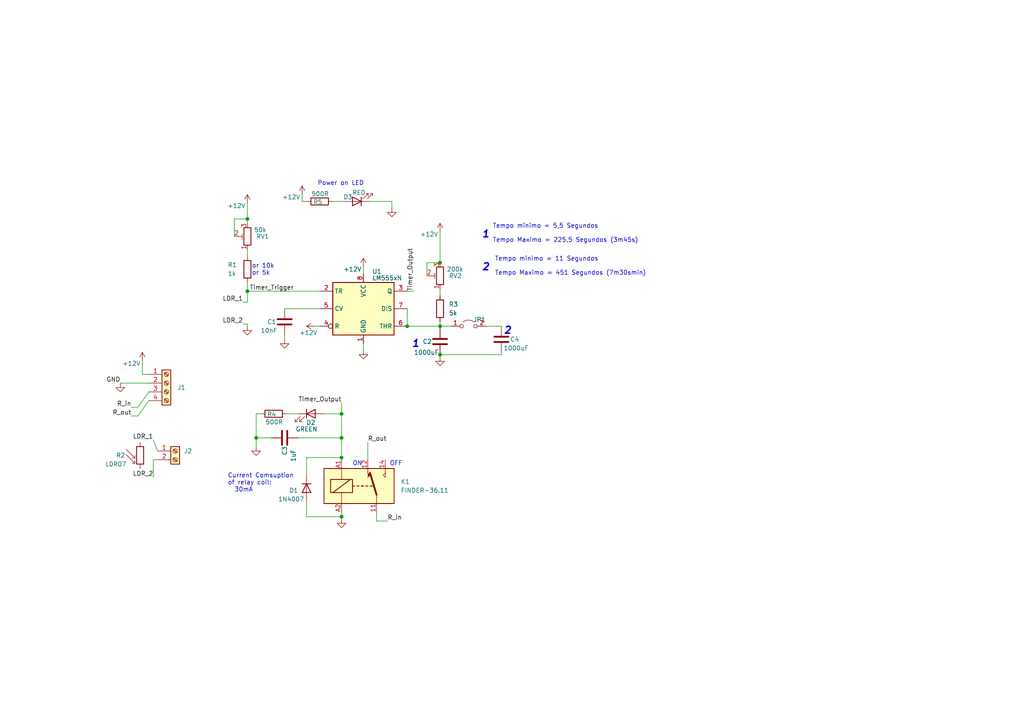
<source format=kicad_sch>
(kicad_sch (version 20211123) (generator eeschema)
  (paper "A4")
  (lib_symbols
    (symbol "Connector:Screw_Terminal_01x02" (pin_names (offset 1.016) hide)
      (property "Reference" "J" (at 0 2.54 0))
      (property "Value" "Screw_Terminal_01x02" (at 0 -5.08 0))
      (symbol "Screw_Terminal_01x02_1_1"
        (rectangle (start -1.27 1.27) (end 1.27 -3.81) (stroke (width 0.254)) (fill (type background)))
        (circle (center 0 -2.54) (radius 0.635) (stroke (width 0.1524)))
        (polyline (pts (xy -0.5334 -2.2098) (xy 0.3302 -3.048)) (stroke (width 0.1524)))
        (polyline (pts (xy -0.5334 0.3302) (xy 0.3302 -0.508)) (stroke (width 0.1524)))
        (polyline (pts (xy -0.3556 -2.032) (xy 0.508 -2.8702)) (stroke (width 0.1524)))
        (polyline (pts (xy -0.3556 0.508) (xy 0.508 -0.3302)) (stroke (width 0.1524)))
        (circle (center 0 0) (radius 0.635) (stroke (width 0.1524)))
        (pin passive line (at -5.08 0 0) (length 3.81) (name "Pin_1") (number "1"))
        (pin passive line (at -5.08 -2.54 0) (length 3.81) (name "Pin_2") (number "2"))
      )
    )
    (symbol "Connector:Screw_Terminal_01x04" (pin_names (offset 1.016) hide)
      (property "Reference" "J" (at 0 5.08 0))
      (property "Value" "Screw_Terminal_01x04" (at 0 -7.62 0))
      (symbol "Screw_Terminal_01x04_1_1"
        (rectangle (start -1.27 3.81) (end 1.27 -6.35) (stroke (width 0.254)) (fill (type background)))
        (circle (center 0 -5.08) (radius 0.635) (stroke (width 0.1524)))
        (circle (center 0 -2.54) (radius 0.635) (stroke (width 0.1524)))
        (polyline (pts (xy -0.5334 -4.7498) (xy 0.3302 -5.588)) (stroke (width 0.1524)))
        (polyline (pts (xy -0.5334 -2.2098) (xy 0.3302 -3.048)) (stroke (width 0.1524)))
        (polyline (pts (xy -0.5334 0.3302) (xy 0.3302 -0.508)) (stroke (width 0.1524)))
        (polyline (pts (xy -0.5334 2.8702) (xy 0.3302 2.032)) (stroke (width 0.1524)))
        (polyline (pts (xy -0.3556 -4.572) (xy 0.508 -5.4102)) (stroke (width 0.1524)))
        (polyline (pts (xy -0.3556 -2.032) (xy 0.508 -2.8702)) (stroke (width 0.1524)))
        (polyline (pts (xy -0.3556 0.508) (xy 0.508 -0.3302)) (stroke (width 0.1524)))
        (polyline (pts (xy -0.3556 3.048) (xy 0.508 2.2098)) (stroke (width 0.1524)))
        (circle (center 0 0) (radius 0.635) (stroke (width 0.1524)))
        (circle (center 0 2.54) (radius 0.635) (stroke (width 0.1524)))
        (pin passive line (at -5.08 2.54 0) (length 3.81) (name "Pin_1") (number "1"))
        (pin passive line (at -5.08 0 0) (length 3.81) (name "Pin_2") (number "2"))
        (pin passive line (at -5.08 -2.54 0) (length 3.81) (name "Pin_3") (number "3"))
        (pin passive line (at -5.08 -5.08 0) (length 3.81) (name "Pin_4") (number "4"))
      )
    )
    (symbol "Device:C" (pin_numbers hide) (pin_names (offset 0.254))
      (property "Reference" "C" (at 0.635 2.54 0))
      (property "Value" "C" (at 0.635 -2.54 0))
      (symbol "C_0_1"
        (polyline (pts (xy -2.032 -0.762) (xy 2.032 -0.762)) (stroke (width 0.508)))
        (polyline (pts (xy -2.032 0.762) (xy 2.032 0.762)) (stroke (width 0.508)))
      )
      (symbol "C_1_1"
        (pin passive line (at 0 3.81 270) (length 2.794) (name "~") (number "1"))
        (pin passive line (at 0 -3.81 90) (length 2.794) (name "~") (number "2"))
      )
    )
    (symbol "Device:D" (pin_numbers hide) (pin_names (offset 1.016) hide)
      (property "Reference" "D" (at 0 2.54 0))
      (property "Value" "D" (at 0 -2.54 0))
      (symbol "D_0_1"
        (polyline (pts (xy -1.27 1.27) (xy -1.27 -1.27)) (stroke (width 0.254)))
        (polyline (pts (xy 1.27 0) (xy -1.27 0)))
        (polyline (pts (xy 1.27 1.27) (xy 1.27 -1.27) (xy -1.27 0) (xy 1.27 1.27)) (stroke (width 0.254)))
      )
      (symbol "D_1_1"
        (pin passive line (at -3.81 0 0) (length 2.54) (name "K") (number "1"))
        (pin passive line (at 3.81 0 180) (length 2.54) (name "A") (number "2"))
      )
    )
    (symbol "Device:LED" (pin_numbers hide) (pin_names (offset 1.016) hide)
      (property "Reference" "D" (at 0 2.54 0))
      (property "Value" "LED" (at 0 -2.54 0))
      (symbol "LED_0_1"
        (polyline (pts (xy -1.27 -1.27) (xy -1.27 1.27)) (stroke (width 0.254)))
        (polyline (pts (xy -1.27 0) (xy 1.27 0)))
        (polyline (pts (xy 1.27 -1.27) (xy 1.27 1.27) (xy -1.27 0) (xy 1.27 -1.27)) (stroke (width 0.254)))
        (polyline (pts (xy -3.048 -0.762) (xy -4.572 -2.286) (xy -3.81 -2.286) (xy -4.572 -2.286) (xy -4.572 -1.524)))
        (polyline (pts (xy -1.778 -0.762) (xy -3.302 -2.286) (xy -2.54 -2.286) (xy -3.302 -2.286) (xy -3.302 -1.524)))
      )
      (symbol "LED_1_1"
        (pin passive line (at -3.81 0 0) (length 2.54) (name "K") (number "1"))
        (pin passive line (at 3.81 0 180) (length 2.54) (name "A") (number "2"))
      )
    )
    (symbol "Device:R" (pin_numbers hide) (pin_names (offset 0))
      (property "Reference" "R" (at 2.032 0 90))
      (property "Value" "R" (at 0 0 90))
      (symbol "R_0_1"
        (rectangle (start -1.016 -2.54) (end 1.016 2.54) (stroke (width 0.254)))
      )
      (symbol "R_1_1"
        (pin passive line (at 0 3.81 270) (length 1.27) (name "~") (number "1"))
        (pin passive line (at 0 -3.81 90) (length 1.27) (name "~") (number "2"))
      )
    )
    (symbol "Device:R_Potentiometer_Trim" (pin_names (offset 1.016) hide)
      (property "Reference" "RV" (at -4.445 0 90))
      (property "Value" "R_Potentiometer_Trim" (at -2.54 0 90))
      (symbol "R_Potentiometer_Trim_0_1"
        (polyline (pts (xy 1.524 0.762) (xy 1.524 -0.762)))
        (polyline (pts (xy 2.54 0) (xy 1.524 0)))
        (rectangle (start 1.016 2.54) (end -1.016 -2.54) (stroke (width 0.254)))
      )
      (symbol "R_Potentiometer_Trim_1_1"
        (pin passive line (at 0 3.81 270) (length 1.27) (name "1") (number "1"))
        (pin passive line (at 3.81 0 180) (length 1.27) (name "2") (number "2"))
        (pin passive line (at 0 -3.81 90) (length 1.27) (name "3") (number "3"))
      )
    )
    (symbol "Jumper:Jumper_2_Open" (pin_names (offset 0) hide)
      (property "Reference" "JP" (at 0 2.794 0))
      (property "Value" "Jumper_2_Open" (at 0 -2.286 0))
      (symbol "Jumper_2_Open_0_0"
        (circle (center -2.032 0) (radius 0.508))
        (circle (center 2.032 0) (radius 0.508))
      )
      (symbol "Jumper_2_Open_0_1"
        (arc (start 1.524 1.27) (mid 0 1.778) (end -1.524 1.27))
      )
      (symbol "Jumper_2_Open_1_1"
        (pin passive line (at -5.08 0 0) (length 2.54) (name "A") (number "1"))
        (pin passive line (at 5.08 0 180) (length 2.54) (name "B") (number "2"))
      )
    )
    (symbol "Relay:FINDER-36.11"
      (property "Reference" "K" (at 11.43 3.81 0))
      (property "Value" "FINDER-36.11" (at 11.43 1.27 0))
      (symbol "FINDER-36.11_0_0"
        (polyline (pts (xy 2.54 3.81) (xy 2.54 5.08)))
        (polyline (pts (xy 7.62 3.81) (xy 7.62 5.08)))
        (polyline (pts (xy 7.62 3.81) (xy 7.62 2.54) (xy 6.985 3.175) (xy 7.62 3.81)))
      )
      (symbol "FINDER-36.11_0_1"
        (rectangle (start -10.16 5.08) (end 10.16 -5.08) (stroke (width 0.254)) (fill (type background)))
        (rectangle (start -8.255 1.905) (end -1.905 -1.905) (stroke (width 0.254)))
        (polyline (pts (xy -7.62 -1.905) (xy -2.54 1.905)) (stroke (width 0.254)))
        (polyline (pts (xy -5.08 -5.08) (xy -5.08 -1.905)))
        (polyline (pts (xy -5.08 5.08) (xy -5.08 1.905)))
        (polyline (pts (xy -1.905 0) (xy -1.27 0)) (stroke (width 0.254)))
        (polyline (pts (xy -0.635 0) (xy 0 0)) (stroke (width 0.254)))
        (polyline (pts (xy 0.635 0) (xy 1.27 0)) (stroke (width 0.254)))
        (polyline (pts (xy 0.635 0) (xy 1.27 0)) (stroke (width 0.254)))
        (polyline (pts (xy 1.905 0) (xy 2.54 0)) (stroke (width 0.254)))
        (polyline (pts (xy 3.175 0) (xy 3.81 0)) (stroke (width 0.254)))
        (polyline (pts (xy 5.08 -2.54) (xy 3.175 3.81)) (stroke (width 0.508)))
        (polyline (pts (xy 5.08 -2.54) (xy 5.08 -5.08)))
        (polyline (pts (xy 2.54 2.54) (xy 3.175 3.175) (xy 2.54 3.81)) (fill (type outline)))
      )
      (symbol "FINDER-36.11_1_1"
        (pin passive line (at 5.08 -7.62 90) (length 2.54) (name "~") (number "11"))
        (pin passive line (at 2.54 7.62 270) (length 2.54) (name "~") (number "12"))
        (pin passive line (at 7.62 7.62 270) (length 2.54) (name "~") (number "14"))
        (pin passive line (at -5.08 7.62 270) (length 2.54) (name "~") (number "A1"))
        (pin passive line (at -5.08 -7.62 90) (length 2.54) (name "~") (number "A2"))
      )
    )
    (symbol "Sensor_Optical:LDR07" (pin_numbers hide) (pin_names (offset 0))
      (property "Reference" "R" (at -5.08 0 90))
      (property "Value" "LDR07" (at 1.905 0 90))
      (symbol "LDR07_0_1"
        (rectangle (start -1.016 2.54) (end 1.016 -2.54) (stroke (width 0.254)))
        (polyline (pts (xy -1.524 -2.286) (xy -4.064 0.254)))
        (polyline (pts (xy -1.524 -2.286) (xy -2.286 -2.286)))
        (polyline (pts (xy -1.524 -2.286) (xy -1.524 -1.524)))
        (polyline (pts (xy -1.524 -0.762) (xy -4.064 1.778)))
        (polyline (pts (xy -1.524 -0.762) (xy -2.286 -0.762)))
        (polyline (pts (xy -1.524 -0.762) (xy -1.524 0)))
      )
      (symbol "LDR07_1_1"
        (pin passive line (at 0 3.81 270) (length 1.27) (name "~") (number "1"))
        (pin passive line (at 0 -3.81 90) (length 1.27) (name "~") (number "2"))
      )
    )
    (symbol "Timer:LM555xN"
      (property "Reference" "U" (at -10.16 8.89 0))
      (property "Value" "LM555xN" (at 2.54 8.89 0))
      (symbol "LM555xN_0_0"
        (pin power_in line (at 0 -10.16 90) (length 2.54) (name "GND") (number "1"))
        (pin power_in line (at 0 10.16 270) (length 2.54) (name "VCC") (number "8"))
      )
      (symbol "LM555xN_0_1"
        (rectangle (start -8.89 -7.62) (end 8.89 7.62) (stroke (width 0.254)) (fill (type background)))
        (rectangle (start -8.89 -7.62) (end 8.89 7.62) (stroke (width 0.254)) (fill (type background)))
      )
      (symbol "LM555xN_1_1"
        (pin input line (at -12.7 5.08 0) (length 3.81) (name "TR") (number "2"))
        (pin output line (at 12.7 5.08 180) (length 3.81) (name "Q") (number "3"))
        (pin input inverted (at -12.7 -5.08 0) (length 3.81) (name "R") (number "4"))
        (pin input line (at -12.7 0 0) (length 3.81) (name "CV") (number "5"))
        (pin input line (at 12.7 -5.08 180) (length 3.81) (name "THR") (number "6"))
        (pin input line (at 12.7 0 180) (length 3.81) (name "DIS") (number "7"))
      )
    )
    (symbol "power:+12V" (power) (pin_names (offset 0))
      (property "Value" "+12V" (at 0 3.556 0))
      (symbol "+12V_0_1"
        (polyline (pts (xy -0.762 1.27) (xy 0 2.54)))
        (polyline (pts (xy 0 0) (xy 0 2.54)))
        (polyline (pts (xy 0 2.54) (xy 0.762 1.27)))
      )
      (symbol "+12V_1_1"
        (pin power_in line (at 0 0 90) (length 0) hide (name "+12V") (number "1"))
      )
    )
    (symbol "power:GND" (power) (pin_names (offset 0))
      (property "Value" "GND" (at 0 -3.81 0))
      (symbol "GND_0_1"
        (polyline (pts (xy 0 0) (xy 0 -1.27) (xy 1.27 -1.27) (xy 0 -2.54) (xy -1.27 -1.27) (xy 0 -1.27)))
      )
      (symbol "GND_1_1"
        (pin power_in line (at 0 0 270) (length 0) hide (name "GND") (number "1"))
      )
    )
  )
  (junction (at 71.755 63.5))
  (junction (at 127.635 76.2))
  (junction (at 127.635 94.615))
  (junction (at 74.295 127))
  (junction (at 127.635 102.87))
  (junction (at 99.06 132.715))
  (junction (at 118.11 94.615))
  (junction (at 71.755 84.455))
  (junction (at 99.06 149.86))
  (junction (at 99.06 127))
  (junction (at 99.06 120.015))
  (wire (pts (xy 96.52 58.42) (xy 99.695 58.42)))
  (wire (pts (xy 86.36 127) (xy 99.06 127)))
  (wire (pts (xy 71.755 94.615) (xy 71.755 93.98)))
  (wire (pts (xy 38.1 120.65) (xy 40.005 120.65)))
  (wire (pts (xy 82.55 89.535) (xy 92.71 89.535)))
  (wire (pts (xy 74.295 120.015) (xy 74.295 127)))
  (wire (pts (xy 71.755 59.055) (xy 71.755 63.5)))
  (wire (pts (xy 118.11 94.615) (xy 127.635 94.615)))
  (wire (pts (xy 44.45 127.635) (xy 45.72 130.81)))
  (wire (pts (xy 88.9 137.795) (xy 88.9 132.715)))
  (wire (pts (xy 127.635 94.615) (xy 130.81 94.615)))
  (wire (pts (xy 70.485 87.63) (xy 71.755 87.63)))
  (wire (pts (xy 41.275 108.585) (xy 43.18 108.585)))
  (wire (pts (xy 38.1 118.11) (xy 40.005 118.11)))
  (wire (pts (xy 87.63 56.515) (xy 87.63 58.42)))
  (wire (pts (xy 109.22 151.13) (xy 112.395 151.13)))
  (wire (pts (xy 99.06 116.84) (xy 99.06 120.015)))
  (wire (pts (xy 123.825 76.2) (xy 123.825 80.01)))
  (wire (pts (xy 83.185 120.015) (xy 86.36 120.015)))
  (wire (pts (xy 67.945 68.58) (xy 67.945 63.5)))
  (wire (pts (xy 127.635 83.82) (xy 127.635 85.725)))
  (wire (pts (xy 140.97 94.615) (xy 145.415 94.615)))
  (wire (pts (xy 88.9 149.86) (xy 99.06 149.86)))
  (wire (pts (xy 67.945 63.5) (xy 71.755 63.5)))
  (wire (pts (xy 91.44 94.615) (xy 92.71 94.615)))
  (wire (pts (xy 106.68 128.27) (xy 106.68 133.35)))
  (wire (pts (xy 127.635 76.2) (xy 123.825 76.2)))
  (wire (pts (xy 127.635 102.87) (xy 127.635 103.505)))
  (wire (pts (xy 74.295 120.015) (xy 75.565 120.015)))
  (wire (pts (xy 113.665 60.325) (xy 113.665 58.42)))
  (wire (pts (xy 71.755 84.455) (xy 92.71 84.455)))
  (wire (pts (xy 99.06 132.715) (xy 99.06 133.35)))
  (wire (pts (xy 88.9 132.715) (xy 99.06 132.715)))
  (wire (pts (xy 82.55 97.155) (xy 82.55 98.425)))
  (wire (pts (xy 93.98 120.015) (xy 99.06 120.015)))
  (wire (pts (xy 127.635 95.25) (xy 127.635 94.615)))
  (wire (pts (xy 127.635 67.31) (xy 127.635 76.2)))
  (wire (pts (xy 107.315 58.42) (xy 113.665 58.42)))
  (wire (pts (xy 41.275 104.775) (xy 41.275 108.585)))
  (wire (pts (xy 127.635 93.345) (xy 127.635 94.615)))
  (wire (pts (xy 87.63 58.42) (xy 88.9 58.42)))
  (wire (pts (xy 118.11 84.455) (xy 120.015 84.455)))
  (wire (pts (xy 71.755 87.63) (xy 71.755 84.455)))
  (wire (pts (xy 118.11 89.535) (xy 118.11 94.615)))
  (wire (pts (xy 145.415 102.235) (xy 145.415 102.87)))
  (wire (pts (xy 109.22 151.13) (xy 109.22 148.59)))
  (wire (pts (xy 99.06 148.59) (xy 99.06 149.86)))
  (wire (pts (xy 40.005 120.65) (xy 43.18 116.205)))
  (wire (pts (xy 74.295 127) (xy 78.74 127)))
  (wire (pts (xy 105.41 99.695) (xy 105.41 101.6)))
  (wire (pts (xy 105.41 77.47) (xy 105.41 79.375)))
  (wire (pts (xy 71.755 81.915) (xy 71.755 84.455)))
  (wire (pts (xy 99.06 127) (xy 99.06 132.715)))
  (wire (pts (xy 40.005 118.11) (xy 43.18 113.665)))
  (wire (pts (xy 71.755 72.39) (xy 71.755 74.295)))
  (wire (pts (xy 74.295 127) (xy 74.295 129.54)))
  (wire (pts (xy 44.45 133.35) (xy 45.72 133.35)))
  (wire (pts (xy 44.45 138.43) (xy 44.45 133.35)))
  (wire (pts (xy 34.925 111.125) (xy 43.18 111.125)))
  (wire (pts (xy 99.06 120.015) (xy 99.06 127)))
  (wire (pts (xy 71.755 93.98) (xy 70.485 93.98)))
  (wire (pts (xy 71.755 63.5) (xy 71.755 64.77)))
  (wire (pts (xy 127.635 102.87) (xy 145.415 102.87)))
  (wire (pts (xy 88.9 145.415) (xy 88.9 149.86)))
  (wire (pts (xy 99.06 149.86) (xy 99.06 150.495)))
  (text "Power on LED\n" (at 92.075 53.975 0) (effects (font (size 1.27 1.27)) (justify left bottom)))
  (text "Tempo minimo = 5,5 Segundos\n\nTempo Maximo = 225,5 Segundos (3m45s)" (at 142.875 70.485 0) (effects (font (size 1.27 1.27)) (justify left bottom)))
  (text "1" (at 139.7 69.215 0) (effects (font (size 2 2) (thickness 0.4) bold italic) (justify left bottom)))
  (text "Tempo minimo = 11 Segundos\n\nTempo Maximo = 451 Segundos (7m30smin)" (at 143.51 80.01 0) (effects (font (size 1.27 1.27)) (justify left bottom)))
  (text "ON\n" (at 102.235 135.255 0) (effects (font (size 1.27 1.27)) (justify left bottom)))
  (text "OFF" (at 113.03 135.255 0) (effects (font (size 1.27 1.27)) (justify left bottom)))
  (text "2" (at 139.7 78.74 0) (effects (font (size 2 2) (thickness 0.4) bold italic) (justify left bottom)))
  (text "1" (at 119.38 100.965 0) (effects (font (size 2 2) (thickness 0.4) bold italic) (justify left bottom)))
  (text "Current Comsuption\nof relay coil:\n  30mA" (at 66.04 142.875 0) (effects (font (size 1.27 1.27)) (justify left bottom)))
  (text "2" (at 146.05 97.155 0) (effects (font (size 2 2) (thickness 0.4) bold italic) (justify left bottom)))
  (text "or 10k\nor 5k\n" (at 73.025 80.01 0) (effects (font (size 1.27 1.27)) (justify left bottom)))
  (label "R_out" (at 106.68 128.27 0))
  (label "LDR_1" (at 44.45 127.635 180))
  (label "R_in" (at 112.395 151.13 0))
  (label "GND" (at 34.925 111.125 180))
  (label "Timer_Trigger" (at 72.39 84.455 0))
  (label "Timer_Output" (at 120.015 84.455 90))
  (label "Timer_Output" (at 99.06 116.84 180))
  (label "R_out" (at 38.1 120.65 180))
  (label "LDR_2" (at 70.485 93.98 180))
  (label "LDR_1" (at 70.485 87.63 180))
  (label "LDR_2" (at 44.45 138.43 180))
  (label "R_in" (at 38.1 118.11 180))
  (symbol (lib_id "Connector:Screw_Terminal_01x02") (at 50.8 130.81 0) (unit 1)
    (property "Reference" "J2" (at 53.34 130.8099 0) (effects (justify left)))
    (property "Value" "Screw_Terminal_01x02" (effects hide))
    (property "Footprint" "TerminalBlock_Phoenix:TerminalBlock_Phoenix_MKDS-1,5-2-5.08_1x02_P5.08mm_Horizontal" (effects hide))
  )
  (symbol (lib_id "power:GND") (at 105.41 101.6 0) (unit 1)
    (property "Reference" "#PWR011" (effects hide))
    (property "Value" "GND" (effects hide))
  )
  (symbol (lib_id "Sensor_Optical:LDR07") (at 40.64 132.08 0) (unit 1) (in_bom no) (on_board no)
    (property "Reference" "R2" (at 33.655 132.08 0) (effects (justify left)))
    (property "Value" "LDR07" (at 30.48 134.62 0) (effects (justify left)))
    (property "Footprint" "OptoDevice:R_LDR_5.1x4.3mm_P3.4mm_Vertical" (effects hide))
    (property "Datasheet" "http://www.tme.eu/de/Document/f2e3ad76a925811312d226c31da4cd7e/LDR07.pdf" (effects hide))
  )
  (symbol (lib_id "power:+12V") (at 41.275 104.775 0) (unit 1)
    (property "Reference" "#PWR?" (effects hide))
    (property "Value" "+12V" (at 38.1 105.41 0))
  )
  (symbol (lib_id "power:+12V") (at 71.755 59.055 0) (unit 1)
    (property "Reference" "#PWR03" (effects hide))
    (property "Value" "+12V" (at 68.58 59.69 0))
  )
  (symbol (lib_id "power:GND") (at 34.925 111.125 0) (unit 1)
    (property "Reference" "#PWR01" (effects hide))
    (property "Value" "GND" (effects hide))
  )
  (symbol (lib_id "power:GND") (at 99.06 150.495 0) (unit 1)
    (property "Reference" "#PWR09" (effects hide))
    (property "Value" "GND" (effects hide))
  )
  (symbol (lib_id "Device:R_Potentiometer_Trim") (at 71.755 68.58 180) (unit 1)
    (property "Reference" "RV1" (at 74.295 68.5799 0) (effects (justify right)))
    (property "Value" "50k" (at 73.66 66.675 0) (effects (justify right)))
    (property "Footprint" "Potentiometer_THT:Potentiometer_Alps_RK163_Single_Horizontal" (effects hide))
  )
  (symbol (lib_id "Device:R") (at 127.635 89.535 0) (unit 1)
    (property "Reference" "R3" (at 130.175 88.2649 0) (effects (justify left)))
    (property "Value" "5k" (at 130.175 90.8049 0) (effects (justify left)))
    (property "Footprint" "Resistor_THT:R_Axial_DIN0207_L6.3mm_D2.5mm_P10.16mm_Horizontal" (effects hide))
  )
  (symbol (lib_id "Device:C") (at 82.55 93.345 0) (unit 1)
    (property "Reference" "C1" (at 77.47 93.345 0) (effects (justify left)))
    (property "Value" "10nF" (at 75.565 95.885 0) (effects (justify left)))
    (property "Footprint" "Capacitor_THT:C_Radial_D5.0mm_H5.0mm_P2.00mm" (effects hide))
  )
  (symbol (lib_id "Device:LED") (at 103.505 58.42 180) (unit 1)
    (property "Reference" "D3" (at 102.235 57.15 0) (effects (justify left)))
    (property "Value" "RED" (at 106.045 55.88 0) (effects (justify left)))
    (property "Footprint" "LED_THT:LED_D5.0mm_FlatTop" (effects hide))
  )
  (symbol (lib_id "power:+12V") (at 91.44 94.615 90) (unit 1)
    (property "Reference" "#PWR08" (effects hide))
    (property "Value" "+12V" (at 92.075 96.52 90) (effects (justify left)))
  )
  (symbol (lib_id "Device:R") (at 79.375 120.015 90) (unit 1)
    (property "Reference" "R4" (at 78.7841 120.1872 90))
    (property "Value" "500R" (at 79.5198 122.4236 90))
    (property "Footprint" "Resistor_THT:R_Axial_DIN0207_L6.3mm_D2.5mm_P10.16mm_Horizontal" (effects hide))
  )
  (symbol (lib_id "power:GND") (at 127.635 103.505 0) (unit 1)
    (property "Reference" "#PWR013" (effects hide))
    (property "Value" "GND" (effects hide))
  )
  (symbol (lib_id "Jumper:Jumper_2_Open") (at 135.89 94.615 0) (unit 1)
    (property "Reference" "JP1" (at 139.065 92.71 0))
    (property "Value" "Jumper_2_Open" (effects hide))
    (property "Footprint" "TestPoint:TestPoint_2Pads_Pitch2.54mm_Drill0.8mm" (effects hide))
  )
  (symbol (lib_id "Device:LED") (at 90.17 120.015 0) (unit 1)
    (property "Reference" "D2" (at 90.17 122.555 0))
    (property "Value" "GREEN" (at 88.9 124.46 0))
    (property "Footprint" "LED_THT:LED_D5.0mm_FlatTop" (effects hide))
  )
  (symbol (lib_id "power:GND") (at 71.755 94.615 0) (unit 1)
    (property "Reference" "#PWR04" (effects hide))
    (property "Value" "GND" (effects hide))
  )
  (symbol (lib_id "Device:C") (at 82.55 127 90) (unit 1)
    (property "Reference" "C3" (at 82.55 132.08 0) (effects (justify left)))
    (property "Value" "1uF" (at 85.09 133.985 0) (effects (justify left)))
    (property "Footprint" "Capacitor_THT:C_Radial_D5.0mm_H5.0mm_P2.00mm" (effects hide))
  )
  (symbol (lib_id "Device:D") (at 88.9 141.605 270) (unit 1)
    (property "Reference" "D1" (at 83.82 142.2399 90) (effects (justify left)))
    (property "Value" "1N4007" (at 80.645 144.7799 90) (effects (justify left)))
    (property "Footprint" "Diode_THT:D_5W_P12.70mm_Horizontal" (effects hide))
  )
  (symbol (lib_id "Device:R") (at 71.755 78.105 0) (unit 1)
    (property "Reference" "R1" (at 66.04 76.835 0) (effects (justify left)))
    (property "Value" "1k" (at 66.04 79.375 0) (effects (justify left)))
    (property "Footprint" "Resistor_THT:R_Axial_DIN0207_L6.3mm_D2.5mm_P10.16mm_Horizontal" (effects hide))
  )
  (symbol (lib_id "Relay:FINDER-36.11") (at 104.14 140.97 0) (unit 1)
    (property "Reference" "K1" (at 116.205 139.6999 0) (effects (justify left)))
    (property "Value" "FINDER-36.11" (at 116.205 142.2399 0) (effects (justify left)))
    (property "Footprint" "Relay_THT:Relay_SPDT_Finder_36.11" (effects hide))
    (property "Datasheet" "https://gfinder.findernet.com/public/attachments/36/EN/S36EN.pdf" (effects hide))
  )
  (symbol (lib_id "power:GND") (at 74.295 129.54 0) (unit 1)
    (property "Reference" "#PWR06" (effects hide))
    (property "Value" "GND" (effects hide))
  )
  (symbol (lib_id "Device:C") (at 145.415 98.425 0) (unit 1)
    (property "Reference" "C4" (at 147.955 98.425 0) (effects (justify left)))
    (property "Value" "1000uF" (at 146.05 100.965 0) (effects (justify left)))
    (property "Footprint" "Capacitor_THT:C_Radial_D8.0mm_H7.0mm_P3.50mm" (effects hide))
  )
  (symbol (lib_id "power:GND") (at 113.665 60.325 0) (unit 1)
    (property "Reference" "#PWR014" (effects hide))
    (property "Value" "GND" (effects hide))
  )
  (symbol (lib_id "Connector:Screw_Terminal_01x04") (at 48.26 111.125 0) (unit 1)
    (property "Reference" "J1" (at 51.435 112.3949 0) (effects (justify left)))
    (property "Value" "Screw_Terminal_01x04" (effects hide))
    (property "Footprint" "TerminalBlock_Phoenix:TerminalBlock_Phoenix_MKDS-1,5-4-5.08_1x04_P5.08mm_Horizontal" (effects hide))
  )
  (symbol (lib_id "power:+12V") (at 87.63 56.515 0) (unit 1)
    (property "Reference" "#PWR05" (effects hide))
    (property "Value" "+12V" (at 84.455 57.15 0))
  )
  (symbol (lib_id "power:GND") (at 82.55 98.425 0) (unit 1)
    (property "Reference" "#PWR07" (effects hide))
    (property "Value" "GND" (effects hide))
  )
  (symbol (lib_id "power:+12V") (at 127.635 67.31 0) (unit 1)
    (property "Reference" "#PWR012" (effects hide))
    (property "Value" "+12V" (at 124.46 67.945 0))
  )
  (symbol (lib_id "Timer:LM555xN") (at 105.41 89.535 0) (unit 1)
    (property "Reference" "U1" (at 107.95 78.74 0) (effects (justify left)))
    (property "Value" "LM555xN" (at 107.95 80.645 0) (effects (justify left)))
    (property "Footprint" "Package_DIP:DIP-8_W7.62mm" (effects hide))
    (property "Datasheet" "http://www.ti.com/lit/ds/symlink/lm555.pdf" (effects hide))
  )
  (symbol (lib_id "Device:R") (at 92.71 58.42 90) (unit 1)
    (property "Reference" "R5" (at 92.1912 58.55 90))
    (property "Value" "500R" (at 92.8548 56.2271 90))
    (property "Footprint" "Resistor_THT:R_Axial_DIN0207_L6.3mm_D2.5mm_P10.16mm_Horizontal" (effects hide))
  )
  (symbol (lib_id "Device:R_Potentiometer_Trim") (at 127.635 80.01 180) (unit 1)
    (property "Reference" "RV2" (at 130.175 80.0099 0) (effects (justify right)))
    (property "Value" "200k" (at 129.54 78.105 0) (effects (justify right)))
    (property "Footprint" "Potentiometer_THT:Potentiometer_Alps_RK163_Single_Horizontal" (effects hide))
  )
  (symbol (lib_id "Device:C") (at 127.635 99.06 0) (unit 1)
    (property "Reference" "C2" (at 122.555 99.06 0) (effects (justify left)))
    (property "Value" "1000uF" (at 120.015 102.235 0) (effects (justify left)))
    (property "Footprint" "Capacitor_THT:C_Radial_D8.0mm_H7.0mm_P3.50mm" (effects hide))
  )
  (symbol (lib_id "power:+12V") (at 105.41 77.47 0) (unit 1)
    (property "Reference" "#PWR010" (effects hide))
    (property "Value" "+12V" (at 102.235 78.105 0))
  )
)
</source>
